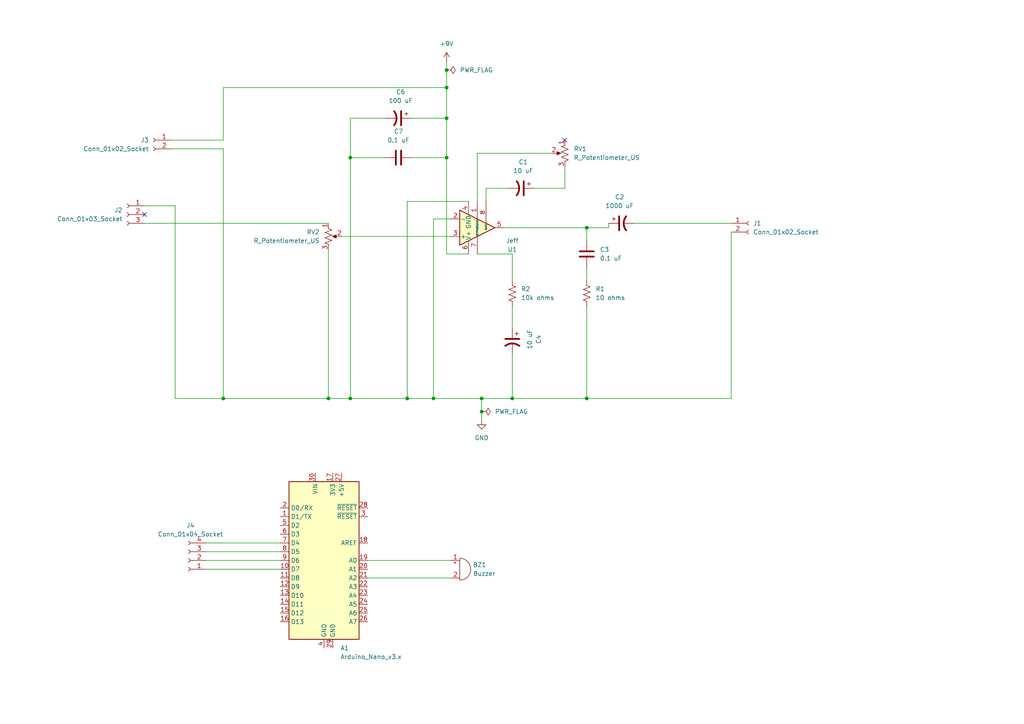
<source format=kicad_sch>
(kicad_sch (version 20231120) (generator "eeschema") (generator_version "8.0")
  (paper "A4")
  (lib_symbols
    (symbol "Amplifier_Audio:LM386" (pin_names (offset 0.127))
      (property "Reference" "U" (at 1.27 7.62 0))
      (property "Value" "LM386" (at 1.27 5.08 0))
      (symbol "LM386_0_1"
        (polyline (pts (xy 5.08 0) (xy -5.08 5.08) (xy -5.08 -5.08) (xy 5.08 0)) (stroke (width 0.254)) (fill (type background)))
      )
      (symbol "LM386_1_1"
        (pin input line (at 0 -7.62 90) (length 5.08) (name "GAIN") (number "1"))
        (pin input line (at -7.62 -2.54 0) (length 2.54) (name "-") (number "2"))
        (pin input line (at -7.62 2.54 0) (length 2.54) (name "+") (number "3"))
        (pin power_in line (at -2.54 -7.62 90) (length 3.81) (name "GND") (number "4"))
        (pin output line (at 7.62 0 180) (length 2.54) (name "~") (number "5"))
        (pin power_in line (at -2.54 7.62 270) (length 3.81) (name "V+") (number "6"))
        (pin input line (at 0 7.62 270) (length 5.08) (name "BYPASS") (number "7"))
        (pin input line (at 2.54 -7.62 90) (length 6.35) (name "GAIN") (number "8"))
      )
    )
    (symbol "Connector:Conn_01x02_Socket" (pin_names (offset 1.016) hide)
      (property "Reference" "J" (at 0 2.54 0))
      (property "Value" "Conn_01x02_Socket" (at 0 -5.08 0))
      (symbol "Conn_01x02_Socket_1_1"
        (arc (start 0 -2.032) (mid -0.5058 -2.54) (end 0 -3.048) (stroke (width 0.1524)))
        (polyline (pts (xy -1.27 -2.54) (xy -0.508 -2.54)) (stroke (width 0.1524)))
        (polyline (pts (xy -1.27 0) (xy -0.508 0)) (stroke (width 0.1524)))
        (arc (start 0 0.508) (mid -0.5058 0) (end 0 -0.508) (stroke (width 0.1524)))
        (pin passive line (at -5.08 0 0) (length 3.81) (name "Pin_1") (number "1"))
        (pin passive line (at -5.08 -2.54 0) (length 3.81) (name "Pin_2") (number "2"))
      )
    )
    (symbol "Connector:Conn_01x03_Socket" (pin_names (offset 1.016) hide)
      (property "Reference" "J" (at 0 5.08 0))
      (property "Value" "Conn_01x03_Socket" (at 0 -5.08 0))
      (symbol "Conn_01x03_Socket_1_1"
        (arc (start 0 -2.032) (mid -0.5058 -2.54) (end 0 -3.048) (stroke (width 0.1524)))
        (polyline (pts (xy -1.27 -2.54) (xy -0.508 -2.54)) (stroke (width 0.1524)))
        (polyline (pts (xy -1.27 0) (xy -0.508 0)) (stroke (width 0.1524)))
        (polyline (pts (xy -1.27 2.54) (xy -0.508 2.54)) (stroke (width 0.1524)))
        (arc (start 0 0.508) (mid -0.5058 0) (end 0 -0.508) (stroke (width 0.1524)))
        (arc (start 0 3.048) (mid -0.5058 2.54) (end 0 2.032) (stroke (width 0.1524)))
        (pin passive line (at -5.08 2.54 0) (length 3.81) (name "Pin_1") (number "1"))
        (pin passive line (at -5.08 0 0) (length 3.81) (name "Pin_2") (number "2"))
        (pin passive line (at -5.08 -2.54 0) (length 3.81) (name "Pin_3") (number "3"))
      )
    )
    (symbol "Connector:Conn_01x04_Socket" (pin_names (offset 1.016) hide)
      (property "Reference" "J" (at 0 5.08 0))
      (property "Value" "Conn_01x04_Socket" (at 0 -7.62 0))
      (symbol "Conn_01x04_Socket_1_1"
        (arc (start 0 -4.572) (mid -0.5058 -5.08) (end 0 -5.588) (stroke (width 0.1524)))
        (arc (start 0 -2.032) (mid -0.5058 -2.54) (end 0 -3.048) (stroke (width 0.1524)))
        (polyline (pts (xy -1.27 -5.08) (xy -0.508 -5.08)) (stroke (width 0.1524)))
        (polyline (pts (xy -1.27 -2.54) (xy -0.508 -2.54)) (stroke (width 0.1524)))
        (polyline (pts (xy -1.27 0) (xy -0.508 0)) (stroke (width 0.1524)))
        (polyline (pts (xy -1.27 2.54) (xy -0.508 2.54)) (stroke (width 0.1524)))
        (arc (start 0 0.508) (mid -0.5058 0) (end 0 -0.508) (stroke (width 0.1524)))
        (arc (start 0 3.048) (mid -0.5058 2.54) (end 0 2.032) (stroke (width 0.1524)))
        (pin passive line (at -5.08 2.54 0) (length 3.81) (name "Pin_1") (number "1"))
        (pin passive line (at -5.08 0 0) (length 3.81) (name "Pin_2") (number "2"))
        (pin passive line (at -5.08 -2.54 0) (length 3.81) (name "Pin_3") (number "3"))
        (pin passive line (at -5.08 -5.08 0) (length 3.81) (name "Pin_4") (number "4"))
      )
    )
    (symbol "Device:Buzzer" (pin_names (offset 0.0254) hide)
      (property "Reference" "BZ" (at 3.81 1.27 0))
      (property "Value" "Buzzer" (at 3.81 -1.27 0))
      (symbol "Buzzer_0_1"
        (arc (start 0 -3.175) (mid 3.1612 0) (end 0 3.175))
        (polyline (pts (xy -1.651 1.905) (xy -1.143 1.905)))
        (polyline (pts (xy -1.397 2.159) (xy -1.397 1.651)))
        (polyline (pts (xy 0 3.175) (xy 0 -3.175)))
      )
      (symbol "Buzzer_1_1"
        (pin passive line (at -2.54 2.54 0) (length 2.54) (name "+") (number "1"))
        (pin passive line (at -2.54 -2.54 0) (length 2.54) (name "-") (number "2"))
      )
    )
    (symbol "Device:C" (pin_numbers hide) (pin_names (offset 0.254))
      (property "Reference" "C" (at 0.635 2.54 0))
      (property "Value" "C" (at 0.635 -2.54 0))
      (symbol "C_0_1"
        (polyline (pts (xy -2.032 -0.762) (xy 2.032 -0.762)) (stroke (width 0.508)))
        (polyline (pts (xy -2.032 0.762) (xy 2.032 0.762)) (stroke (width 0.508)))
      )
      (symbol "C_1_1"
        (pin passive line (at 0 3.81 270) (length 2.794) (name "~") (number "1"))
        (pin passive line (at 0 -3.81 90) (length 2.794) (name "~") (number "2"))
      )
    )
    (symbol "Device:C_Polarized_US" (pin_numbers hide) (pin_names (offset 0.254) hide)
      (property "Reference" "C" (at 0.635 2.54 0))
      (property "Value" "C_Polarized_US" (at 0.635 -2.54 0))
      (symbol "C_Polarized_US_0_1"
        (polyline (pts (xy -2.032 0.762) (xy 2.032 0.762)) (stroke (width 0.508)))
        (polyline (pts (xy -1.778 2.286) (xy -0.762 2.286)))
        (polyline (pts (xy -1.27 1.778) (xy -1.27 2.794)))
        (arc (start 2.032 -1.27) (mid 0 -0.5572) (end -2.032 -1.27) (stroke (width 0.508)))
      )
      (symbol "C_Polarized_US_1_1"
        (pin passive line (at 0 3.81 270) (length 2.794) (name "~") (number "1"))
        (pin passive line (at 0 -3.81 90) (length 3.302) (name "~") (number "2"))
      )
    )
    (symbol "Device:R_Potentiometer_US" (pin_names (offset 1.016) hide)
      (property "Reference" "RV" (at -4.445 0 90))
      (property "Value" "R_Potentiometer_US" (at -2.54 0 90))
      (symbol "R_Potentiometer_US_0_1"
        (polyline (pts (xy 0 -2.286) (xy 0 -2.54)))
        (polyline (pts (xy 0 2.54) (xy 0 2.286)))
        (polyline (pts (xy 2.54 0) (xy 1.524 0)))
        (polyline (pts (xy 1.143 0) (xy 2.286 0.508) (xy 2.286 -0.508) (xy 1.143 0)) (fill (type outline)))
        (polyline (pts (xy 0 -0.762) (xy 1.016 -1.143) (xy 0 -1.524) (xy -1.016 -1.905) (xy 0 -2.286)))
        (polyline (pts (xy 0 0.762) (xy 1.016 0.381) (xy 0 0) (xy -1.016 -0.381) (xy 0 -0.762)))
        (polyline (pts (xy 0 2.286) (xy 1.016 1.905) (xy 0 1.524) (xy -1.016 1.143) (xy 0 0.762)))
      )
      (symbol "R_Potentiometer_US_1_1"
        (pin passive line (at 0 3.81 270) (length 1.27) (name "1") (number "1"))
        (pin passive line (at 3.81 0 180) (length 1.27) (name "2") (number "2"))
        (pin passive line (at 0 -3.81 90) (length 1.27) (name "3") (number "3"))
      )
    )
    (symbol "Device:R_US" (pin_numbers hide) (pin_names (offset 0))
      (property "Reference" "R" (at 2.54 0 90))
      (property "Value" "R_US" (at -2.54 0 90))
      (symbol "R_US_0_1"
        (polyline (pts (xy 0 -2.286) (xy 0 -2.54)))
        (polyline (pts (xy 0 2.286) (xy 0 2.54)))
        (polyline (pts (xy 0 -0.762) (xy 1.016 -1.143) (xy 0 -1.524) (xy -1.016 -1.905) (xy 0 -2.286)))
        (polyline (pts (xy 0 0.762) (xy 1.016 0.381) (xy 0 0) (xy -1.016 -0.381) (xy 0 -0.762)))
        (polyline (pts (xy 0 2.286) (xy 1.016 1.905) (xy 0 1.524) (xy -1.016 1.143) (xy 0 0.762)))
      )
      (symbol "R_US_1_1"
        (pin passive line (at 0 3.81 270) (length 1.27) (name "~") (number "1"))
        (pin passive line (at 0 -3.81 90) (length 1.27) (name "~") (number "2"))
      )
    )
    (symbol "MCU_Module:Arduino_Nano_v3.x"
      (property "Reference" "A" (at -10.16 23.495 0))
      (property "Value" "Arduino_Nano_v3.x" (at 5.08 -24.13 0))
      (symbol "Arduino_Nano_v3.x_0_1"
        (rectangle (start -10.16 22.86) (end 10.16 -22.86) (stroke (width 0.254)) (fill (type background)))
      )
      (symbol "Arduino_Nano_v3.x_1_1"
        (pin bidirectional line (at -12.7 12.7 0) (length 2.54) (name "D1/TX") (number "1"))
        (pin bidirectional line (at -12.7 -2.54 0) (length 2.54) (name "D7") (number "10"))
        (pin bidirectional line (at -12.7 -5.08 0) (length 2.54) (name "D8") (number "11"))
        (pin bidirectional line (at -12.7 -7.62 0) (length 2.54) (name "D9") (number "12"))
        (pin bidirectional line (at -12.7 -10.16 0) (length 2.54) (name "D10") (number "13"))
        (pin bidirectional line (at -12.7 -12.7 0) (length 2.54) (name "D11") (number "14"))
        (pin bidirectional line (at -12.7 -15.24 0) (length 2.54) (name "D12") (number "15"))
        (pin bidirectional line (at -12.7 -17.78 0) (length 2.54) (name "D13") (number "16"))
        (pin power_out line (at 2.54 25.4 270) (length 2.54) (name "3V3") (number "17"))
        (pin input line (at 12.7 5.08 180) (length 2.54) (name "AREF") (number "18"))
        (pin bidirectional line (at 12.7 0 180) (length 2.54) (name "A0") (number "19"))
        (pin bidirectional line (at -12.7 15.24 0) (length 2.54) (name "D0/RX") (number "2"))
        (pin bidirectional line (at 12.7 -2.54 180) (length 2.54) (name "A1") (number "20"))
        (pin bidirectional line (at 12.7 -5.08 180) (length 2.54) (name "A2") (number "21"))
        (pin bidirectional line (at 12.7 -7.62 180) (length 2.54) (name "A3") (number "22"))
        (pin bidirectional line (at 12.7 -10.16 180) (length 2.54) (name "A4") (number "23"))
        (pin bidirectional line (at 12.7 -12.7 180) (length 2.54) (name "A5") (number "24"))
        (pin bidirectional line (at 12.7 -15.24 180) (length 2.54) (name "A6") (number "25"))
        (pin bidirectional line (at 12.7 -17.78 180) (length 2.54) (name "A7") (number "26"))
        (pin power_out line (at 5.08 25.4 270) (length 2.54) (name "+5V") (number "27"))
        (pin input line (at 12.7 15.24 180) (length 2.54) (name "~{RESET}") (number "28"))
        (pin power_in line (at 2.54 -25.4 90) (length 2.54) (name "GND") (number "29"))
        (pin input line (at 12.7 12.7 180) (length 2.54) (name "~{RESET}") (number "3"))
        (pin power_in line (at -2.54 25.4 270) (length 2.54) (name "VIN") (number "30"))
        (pin power_in line (at 0 -25.4 90) (length 2.54) (name "GND") (number "4"))
        (pin bidirectional line (at -12.7 10.16 0) (length 2.54) (name "D2") (number "5"))
        (pin bidirectional line (at -12.7 7.62 0) (length 2.54) (name "D3") (number "6"))
        (pin bidirectional line (at -12.7 5.08 0) (length 2.54) (name "D4") (number "7"))
        (pin bidirectional line (at -12.7 2.54 0) (length 2.54) (name "D5") (number "8"))
        (pin bidirectional line (at -12.7 0 0) (length 2.54) (name "D6") (number "9"))
      )
    )
    (symbol "power:+9V" (power) (pin_numbers hide) (pin_names (offset 0) hide)
      (property "Value" "+9V" (at 0 3.556 0))
      (symbol "+9V_0_1"
        (polyline (pts (xy -0.762 1.27) (xy 0 2.54)))
        (polyline (pts (xy 0 0) (xy 0 2.54)))
        (polyline (pts (xy 0 2.54) (xy 0.762 1.27)))
      )
      (symbol "+9V_1_1"
        (pin power_in line (at 0 0 90) (length 0) (name "~") (number "1"))
      )
    )
    (symbol "power:GND" (power) (pin_numbers hide) (pin_names (offset 0) hide)
      (property "Value" "GND" (at 0 -3.81 0))
      (symbol "GND_0_1"
        (polyline (pts (xy 0 0) (xy 0 -1.27) (xy 1.27 -1.27) (xy 0 -2.54) (xy -1.27 -1.27) (xy 0 -1.27)))
      )
      (symbol "GND_1_1"
        (pin power_in line (at 0 0 270) (length 0) (name "~") (number "1"))
      )
    )
    (symbol "power:PWR_FLAG" (power) (pin_numbers hide) (pin_names (offset 0) hide)
      (property "Value" "PWR_FLAG" (at 0 3.81 0))
      (symbol "PWR_FLAG_0_0"
        (pin power_out line (at 0 0 90) (length 0) (name "~") (number "1"))
      )
      (symbol "PWR_FLAG_0_1"
        (polyline (pts (xy 0 0) (xy 0 1.27) (xy -1.016 1.905) (xy 0 2.54) (xy 1.016 1.905) (xy 0 1.27)))
      )
    )
  )
  (junction (at 101.6 115.57))
  (junction (at 95.25 115.57))
  (junction (at 148.59 115.57))
  (junction (at 129.54 20.32))
  (junction (at 170.18 115.57))
  (junction (at 139.7 115.57))
  (junction (at 101.6 45.72))
  (junction (at 129.54 45.72))
  (junction (at 170.18 66.04))
  (junction (at 118.11 115.57))
  (junction (at 139.7 119.38))
  (junction (at 125.73 115.57))
  (junction (at 129.54 25.4))
  (junction (at 129.54 34.29))
  (junction (at 64.77 115.57))
  (no_connect (at 163.83 40.64))
  (no_connect (at 41.91 62.23))
  (wire (pts (xy 129.54 45.72) (xy 129.54 34.29)))
  (wire (pts (xy 139.7 119.38) (xy 139.7 115.57)))
  (wire (pts (xy 163.83 54.61) (xy 154.94 54.61)))
  (wire (pts (xy 129.54 34.29) (xy 129.54 25.4)))
  (wire (pts (xy 119.38 34.29) (xy 129.54 34.29)))
  (wire (pts (xy 135.89 73.66) (xy 129.54 73.66)))
  (wire (pts (xy 50.8 115.57) (xy 64.77 115.57)))
  (wire (pts (xy 41.91 64.77) (xy 95.25 64.77)))
  (wire (pts (xy 147.32 54.61) (xy 140.97 54.61)))
  (wire (pts (xy 176.53 66.04) (xy 176.53 64.77)))
  (wire (pts (xy 148.59 88.9) (xy 148.59 95.25)))
  (wire (pts (xy 148.59 115.57) (xy 139.7 115.57)))
  (wire (pts (xy 125.73 63.5) (xy 125.73 115.57)))
  (wire (pts (xy 138.43 44.45) (xy 138.43 58.42)))
  (wire (pts (xy 170.18 66.04) (xy 176.53 66.04)))
  (wire (pts (xy 106.68 167.64) (xy 130.81 167.64)))
  (wire (pts (xy 139.7 121.92) (xy 139.7 119.38)))
  (wire (pts (xy 129.54 73.66) (xy 129.54 45.72)))
  (wire (pts (xy 64.77 115.57) (xy 95.25 115.57)))
  (wire (pts (xy 125.73 115.57) (xy 139.7 115.57)))
  (wire (pts (xy 111.76 34.29) (xy 101.6 34.29)))
  (wire (pts (xy 64.77 25.4) (xy 129.54 25.4)))
  (wire (pts (xy 184.15 64.77) (xy 212.09 64.77)))
  (wire (pts (xy 170.18 77.47) (xy 170.18 81.28)))
  (wire (pts (xy 163.83 48.26) (xy 163.83 54.61)))
  (wire (pts (xy 170.18 66.04) (xy 170.18 69.85)))
  (wire (pts (xy 118.11 115.57) (xy 125.73 115.57)))
  (wire (pts (xy 101.6 115.57) (xy 118.11 115.57)))
  (wire (pts (xy 95.25 72.39) (xy 95.25 115.57)))
  (wire (pts (xy 101.6 45.72) (xy 111.76 45.72)))
  (wire (pts (xy 118.11 58.42) (xy 118.11 115.57)))
  (wire (pts (xy 64.77 43.18) (xy 64.77 115.57)))
  (wire (pts (xy 129.54 20.32) (xy 129.54 17.78)))
  (wire (pts (xy 146.05 66.04) (xy 170.18 66.04)))
  (wire (pts (xy 95.25 115.57) (xy 101.6 115.57)))
  (wire (pts (xy 59.69 157.48) (xy 81.28 157.48)))
  (wire (pts (xy 170.18 115.57) (xy 148.59 115.57)))
  (wire (pts (xy 49.53 40.64) (xy 64.77 40.64)))
  (wire (pts (xy 101.6 45.72) (xy 101.6 115.57)))
  (wire (pts (xy 135.89 58.42) (xy 118.11 58.42)))
  (wire (pts (xy 138.43 73.66) (xy 148.59 73.66)))
  (wire (pts (xy 64.77 25.4) (xy 64.77 40.64)))
  (wire (pts (xy 129.54 25.4) (xy 129.54 20.32)))
  (wire (pts (xy 59.69 162.56) (xy 81.28 162.56)))
  (wire (pts (xy 130.81 63.5) (xy 125.73 63.5)))
  (wire (pts (xy 99.06 68.58) (xy 130.81 68.58)))
  (wire (pts (xy 140.97 54.61) (xy 140.97 58.42)))
  (wire (pts (xy 170.18 88.9) (xy 170.18 115.57)))
  (wire (pts (xy 50.8 59.69) (xy 50.8 115.57)))
  (wire (pts (xy 106.68 162.56) (xy 130.81 162.56)))
  (wire (pts (xy 212.09 67.31) (xy 212.09 115.57)))
  (wire (pts (xy 49.53 43.18) (xy 64.77 43.18)))
  (wire (pts (xy 119.38 45.72) (xy 129.54 45.72)))
  (wire (pts (xy 41.91 59.69) (xy 50.8 59.69)))
  (wire (pts (xy 160.02 44.45) (xy 138.43 44.45)))
  (wire (pts (xy 59.69 165.1) (xy 81.28 165.1)))
  (wire (pts (xy 148.59 102.87) (xy 148.59 115.57)))
  (wire (pts (xy 212.09 115.57) (xy 170.18 115.57)))
  (wire (pts (xy 101.6 34.29) (xy 101.6 45.72)))
  (wire (pts (xy 148.59 73.66) (xy 148.59 81.28)))
  (wire (pts (xy 59.69 160.02) (xy 81.28 160.02)))
  (symbol (lib_id "Device:Buzzer") (at 133.35 165.1 0) (unit 1)
    (property "Reference" "BZ1" (at 137.16 163.8299 0) (effects (justify left)))
    (property "Value" "Buzzer" (at 137.16 166.3699 0) (effects (justify left)))
    (property "Description" "Buzzer, polarized" (effects (hide yes)))
  )
  (symbol (lib_id "MCU_Module:Arduino_Nano_v3.x") (at 93.98 162.56 0) (unit 1)
    (property "Reference" "A1" (at 98.7141 187.96 0) (effects (justify left)))
    (property "Value" "Arduino_Nano_v3.x" (at 98.7141 190.5 0) (effects (justify left)))
    (property "Footprint" "Module:Arduino_Nano" (effects (hide yes)))
    (property "Datasheet" "http://www.mouser.com/pdfdocs/Gravitech_Arduino_Nano3_0.pdf" (effects (hide yes)))
    (property "Description" "Arduino Nano v3.x" (effects (hide yes)))
  )
  (symbol (lib_id "Connector:Conn_01x02_Socket") (at 217.17 64.77 0) (unit 1)
    (property "Reference" "J1" (at 218.44 64.7699 0) (effects (justify left)))
    (property "Value" "Conn_01x02_Socket" (at 218.44 67.3099 0) (effects (justify left)))
    (property "Footprint" "Connector_PinSocket_2.54mm:PinSocket_1x02_P2.54mm_Vertical" (effects (hide yes)))
    (property "Description" "Generic connector, single row, 01x02, script generated" (effects (hide yes)))
  )
  (symbol (lib_id "Connector:Conn_01x03_Socket") (at 36.83 62.23 0) (mirror y) (unit 1)
    (property "Reference" "J2" (at 35.56 60.9599 0) (effects (justify left)))
    (property "Value" "Conn_01x03_Socket" (at 35.56 63.4999 0) (effects (justify left)))
    (property "Footprint" "Connector_PinSocket_2.54mm:PinSocket_1x03_P2.54mm_Vertical" (effects (hide yes)))
    (property "Description" "Generic connector, single row, 01x03, script generated" (effects (hide yes)))
  )
  (symbol (lib_id "power:PWR_FLAG") (at 139.7 119.38 270) (unit 1)
    (property "Reference" "#FLG02" (effects (hide yes)))
    (property "Value" "PWR_FLAG" (at 143.51 119.3799 90) (effects (justify left)))
    (property "Description" "Special symbol for telling ERC where power comes from" (effects (hide yes)))
  )
  (symbol (lib_id "Device:R_Potentiometer_US") (at 163.83 44.45 0) (mirror y) (unit 1)
    (property "Reference" "RV1" (at 166.37 43.1799 0) (effects (justify right)))
    (property "Value" "R_Potentiometer_US" (at 166.37 45.7199 0) (effects (justify right)))
    (property "Footprint" "Potentiometer_THT:Potentiometer_TT_P0915N" (effects (hide yes)))
    (property "Description" "Potentiometer, US symbol" (effects (hide yes)))
  )
  (symbol (lib_id "Device:C") (at 170.18 73.66 0) (unit 1)
    (property "Reference" "C3" (at 173.99 72.3899 0) (effects (justify left)))
    (property "Value" "0.1 uF" (at 173.99 74.9299 0) (effects (justify left)))
    (property "Footprint" "Capacitor_THT:C_Rect_L4.0mm_W2.5mm_P2.50mm" (effects (hide yes)))
    (property "Description" "Unpolarized capacitor" (effects (hide yes)))
  )
  (symbol (lib_id "Device:R_US") (at 148.59 85.09 0) (unit 1)
    (property "Reference" "R2" (at 151.13 83.8199 0) (effects (justify left)))
    (property "Value" "10k ohms" (at 151.13 86.3599 0) (effects (justify left)))
    (property "Footprint" "Resistor_THT:R_Axial_DIN0204_L3.6mm_D1.6mm_P5.08mm_Horizontal" (effects (hide yes)))
    (property "Description" "Resistor, US symbol" (effects (hide yes)))
  )
  (symbol (lib_id "Amplifier_Audio:LM386") (at 138.43 66.04 0) (mirror x) (unit 1)
    (property "Reference" "U1" (at 148.59 72.3586 0))
    (property "Value" "Jeff" (at 148.59 69.8186 0))
    (property "Footprint" "Package_DIP:DIP-8_W7.62mm" (effects (hide yes)))
    (property "Datasheet" "http://www.ti.com/lit/ds/symlink/lm386.pdf" (effects (hide yes)))
    (property "Description" "Low Voltage Audio Power Amplifier, DIP-8/SOIC-8/SSOP-8" (effects (hide yes)))
  )
  (symbol (lib_id "Connector:Conn_01x02_Socket") (at 44.45 40.64 0) (mirror y) (unit 1)
    (property "Reference" "J3" (at 43.18 40.6399 0) (effects (justify left)))
    (property "Value" "Conn_01x02_Socket" (at 43.18 43.1799 0) (effects (justify left)))
    (property "Footprint" "Connector_PinSocket_2.54mm:PinSocket_1x02_P2.54mm_Vertical" (effects (hide yes)))
    (property "Description" "Generic connector, single row, 01x02, script generated" (effects (hide yes)))
  )
  (symbol (lib_id "Device:R_US") (at 170.18 85.09 0) (unit 1)
    (property "Reference" "R1" (at 172.72 83.8199 0) (effects (justify left)))
    (property "Value" "10 ohms" (at 172.72 86.3599 0) (effects (justify left)))
    (property "Footprint" "Resistor_THT:R_Axial_DIN0207_L6.3mm_D2.5mm_P7.62mm_Horizontal" (effects (hide yes)))
    (property "Description" "Resistor, US symbol" (effects (hide yes)))
  )
  (symbol (lib_id "power:PWR_FLAG") (at 129.54 20.32 270) (unit 1)
    (property "Reference" "#FLG01" (effects (hide yes)))
    (property "Value" "PWR_FLAG" (at 133.35 20.3199 90) (effects (justify left)))
    (property "Description" "Special symbol for telling ERC where power comes from" (effects (hide yes)))
  )
  (symbol (lib_id "Device:R_Potentiometer_US") (at 95.25 68.58 0) (unit 1)
    (property "Reference" "RV2" (at 92.71 67.3099 0) (effects (justify right)))
    (property "Value" "R_Potentiometer_US" (at 92.71 69.8499 0) (effects (justify right)))
    (property "Footprint" "Potentiometer_THT:Potentiometer_TT_P0915N" (effects (hide yes)))
    (property "Description" "Potentiometer, US symbol" (effects (hide yes)))
  )
  (symbol (lib_id "Device:C_Polarized_US") (at 180.34 64.77 90) (mirror x) (unit 1)
    (property "Reference" "C2" (at 179.705 57.15 90))
    (property "Value" "1000 uF" (at 179.705 59.69 90))
    (property "Footprint" "Capacitor_THT:CP_Radial_D8.0mm_P5.00mm" (effects (hide yes)))
    (property "Description" "Polarized capacitor, US symbol" (effects (hide yes)))
  )
  (symbol (lib_id "power:GND") (at 139.7 121.92 0) (unit 1)
    (property "Reference" "#PWR01" (effects (hide yes)))
    (property "Value" "GND" (at 139.7 127 0))
    (property "Description" "Power symbol creates a global label with name \"GND\" , ground" (effects (hide yes)))
  )
  (symbol (lib_id "Device:C_Polarized_US") (at 115.57 34.29 270) (unit 1)
    (property "Reference" "C6" (at 116.205 26.67 90))
    (property "Value" "100 uF" (at 116.205 29.21 90))
    (property "Footprint" "Capacitor_THT:CP_Radial_D8.0mm_P5.00mm" (effects (hide yes)))
    (property "Description" "Polarized capacitor, US symbol" (effects (hide yes)))
  )
  (symbol (lib_id "Device:C_Polarized_US") (at 148.59 99.06 0) (mirror y) (unit 1)
    (property "Reference" "C4" (at 156.21 98.425 90))
    (property "Value" "10 uF" (at 153.67 98.425 90))
    (property "Footprint" "Capacitor_THT:CP_Radial_D10.0mm_P5.00mm" (effects (hide yes)))
    (property "Description" "Polarized capacitor, US symbol" (effects (hide yes)))
  )
  (symbol (lib_id "Device:C") (at 115.57 45.72 270) (unit 1)
    (property "Reference" "C7" (at 115.57 38.1 90))
    (property "Value" "0.1 uF" (at 115.57 40.64 90))
    (property "Footprint" "Capacitor_THT:C_Rect_L4.0mm_W2.5mm_P2.50mm" (effects (hide yes)))
    (property "Description" "Unpolarized capacitor" (effects (hide yes)))
  )
  (symbol (lib_id "Device:C_Polarized_US") (at 151.13 54.61 270) (unit 1)
    (property "Reference" "C1" (at 151.765 46.99 90))
    (property "Value" "10 uF" (at 151.765 49.53 90))
    (property "Footprint" "Capacitor_THT:CP_Radial_D10.0mm_P5.00mm" (effects (hide yes)))
    (property "Description" "Polarized capacitor, US symbol" (effects (hide yes)))
  )
  (symbol (lib_id "power:+9V") (at 129.54 17.78 0) (unit 1)
    (property "Reference" "#PWR02" (effects (hide yes)))
    (property "Value" "+9V" (at 129.54 12.7 0))
    (property "Description" "Power symbol creates a global label with name \"+9V\"" (effects (hide yes)))
  )
  (symbol (lib_id "Connector:Conn_01x04_Socket") (at 54.61 162.56 180) (unit 1)
    (property "Reference" "J4" (at 55.245 152.4 0))
    (property "Value" "Conn_01x04_Socket" (at 55.245 154.94 0))
    (property "Description" "Generic connector, single row, 01x04, script generated" (effects (hide yes)))
  )
)
</source>
